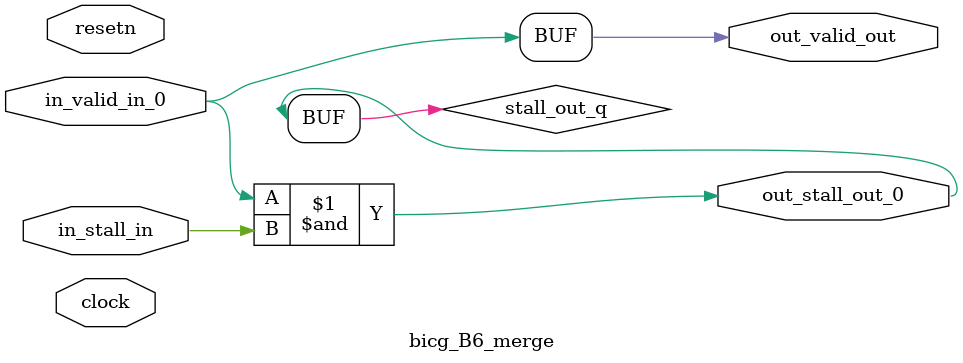
<source format=sv>



(* altera_attribute = "-name AUTO_SHIFT_REGISTER_RECOGNITION OFF; -name MESSAGE_DISABLE 10036; -name MESSAGE_DISABLE 10037; -name MESSAGE_DISABLE 14130; -name MESSAGE_DISABLE 14320; -name MESSAGE_DISABLE 15400; -name MESSAGE_DISABLE 14130; -name MESSAGE_DISABLE 10036; -name MESSAGE_DISABLE 12020; -name MESSAGE_DISABLE 12030; -name MESSAGE_DISABLE 12010; -name MESSAGE_DISABLE 12110; -name MESSAGE_DISABLE 14320; -name MESSAGE_DISABLE 13410; -name MESSAGE_DISABLE 113007; -name MESSAGE_DISABLE 10958" *)
module bicg_B6_merge (
    input wire [0:0] in_stall_in,
    input wire [0:0] in_valid_in_0,
    output wire [0:0] out_stall_out_0,
    output wire [0:0] out_valid_out,
    input wire clock,
    input wire resetn
    );

    wire [0:0] stall_out_q;


    // stall_out(LOGICAL,6)
    assign stall_out_q = in_valid_in_0 & in_stall_in;

    // out_stall_out_0(GPOUT,4)
    assign out_stall_out_0 = stall_out_q;

    // out_valid_out(GPOUT,5)
    assign out_valid_out = in_valid_in_0;

endmodule

</source>
